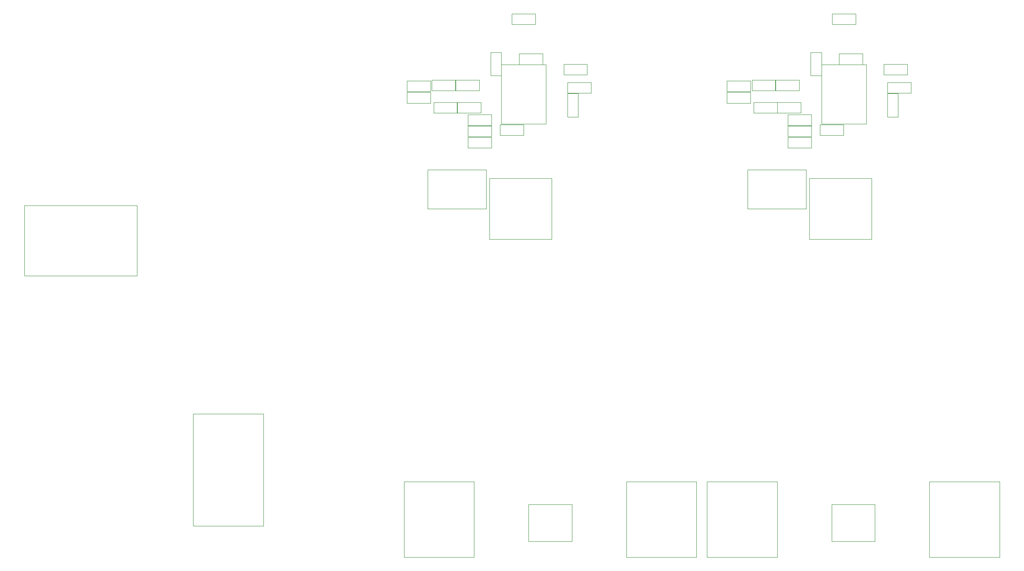
<source format=gbr>
G04 #@! TF.GenerationSoftware,KiCad,Pcbnew,(5.1.5)-3*
G04 #@! TF.CreationDate,2021-05-17T18:43:42+02:00*
G04 #@! TF.ProjectId,MK2EE,4d4b3245-452e-46b6-9963-61645f706362,1*
G04 #@! TF.SameCoordinates,Original*
G04 #@! TF.FileFunction,Other,User*
%FSLAX46Y46*%
G04 Gerber Fmt 4.6, Leading zero omitted, Abs format (unit mm)*
G04 Created by KiCad (PCBNEW (5.1.5)-3) date 2021-05-17 18:43:42*
%MOMM*%
%LPD*%
G04 APERTURE LIST*
%ADD10C,0.050000*%
G04 APERTURE END LIST*
D10*
X220696000Y-194930000D02*
X235296000Y-194930000D01*
X220696000Y-179150000D02*
X220696000Y-194930000D01*
X235296000Y-194930000D02*
X235296000Y-179150000D01*
X235296000Y-179150000D02*
X220696000Y-179150000D01*
X246651000Y-183950000D02*
X255651000Y-183950000D01*
X246651000Y-191650000D02*
X246651000Y-183950000D01*
X255651000Y-191650000D02*
X246651000Y-191650000D01*
X255651000Y-183950000D02*
X255651000Y-191650000D01*
X281606000Y-179170000D02*
X267006000Y-179170000D01*
X281606000Y-194950000D02*
X281606000Y-179170000D01*
X267006000Y-179170000D02*
X267006000Y-194950000D01*
X267006000Y-194950000D02*
X281606000Y-194950000D01*
X249145000Y-104735000D02*
X244245000Y-104735000D01*
X249145000Y-106975000D02*
X249145000Y-104735000D01*
X244245000Y-106975000D02*
X249145000Y-106975000D01*
X244245000Y-104735000D02*
X244245000Y-106975000D01*
X242275000Y-89655000D02*
X242275000Y-94555000D01*
X244515000Y-89655000D02*
X242275000Y-89655000D01*
X244515000Y-94555000D02*
X244515000Y-89655000D01*
X242275000Y-94555000D02*
X244515000Y-94555000D01*
X234935000Y-95415000D02*
X230035000Y-95415000D01*
X234935000Y-97655000D02*
X234935000Y-95415000D01*
X230035000Y-97655000D02*
X234935000Y-97655000D01*
X230035000Y-95415000D02*
X230035000Y-97655000D01*
X241995000Y-115905000D02*
X254995000Y-115905000D01*
X241995000Y-128655000D02*
X241995000Y-115905000D01*
X254995000Y-128655000D02*
X241995000Y-128655000D01*
X254995000Y-115905000D02*
X254995000Y-128655000D01*
X262380000Y-92115000D02*
X257480000Y-92115000D01*
X262380000Y-94355000D02*
X262380000Y-92115000D01*
X257480000Y-94355000D02*
X262380000Y-94355000D01*
X257480000Y-92115000D02*
X257480000Y-94355000D01*
X237520000Y-104900000D02*
X242420000Y-104900000D01*
X237520000Y-102660000D02*
X237520000Y-104900000D01*
X242420000Y-102660000D02*
X237520000Y-102660000D01*
X242420000Y-104900000D02*
X242420000Y-102660000D01*
X237520000Y-109600000D02*
X242420000Y-109600000D01*
X237520000Y-107360000D02*
X237520000Y-109600000D01*
X242420000Y-107360000D02*
X237520000Y-107360000D01*
X242420000Y-109600000D02*
X242420000Y-107360000D01*
X260490000Y-103165000D02*
X260490000Y-98265000D01*
X258250000Y-103165000D02*
X260490000Y-103165000D01*
X258250000Y-98265000D02*
X258250000Y-103165000D01*
X260490000Y-98265000D02*
X258250000Y-98265000D01*
X229740000Y-98015000D02*
X224840000Y-98015000D01*
X229740000Y-100255000D02*
X229740000Y-98015000D01*
X224840000Y-100255000D02*
X229740000Y-100255000D01*
X224840000Y-98015000D02*
X224840000Y-100255000D01*
X224840000Y-97855000D02*
X229740000Y-97855000D01*
X224840000Y-95615000D02*
X224840000Y-97855000D01*
X229740000Y-95615000D02*
X224840000Y-95615000D01*
X229740000Y-97855000D02*
X229740000Y-95615000D01*
X242420000Y-104985000D02*
X237520000Y-104985000D01*
X242420000Y-107225000D02*
X242420000Y-104985000D01*
X237520000Y-107225000D02*
X242420000Y-107225000D01*
X237520000Y-104985000D02*
X237520000Y-107225000D01*
X235285000Y-100100000D02*
X230385000Y-100100000D01*
X235285000Y-102340000D02*
X235285000Y-100100000D01*
X230385000Y-102340000D02*
X235285000Y-102340000D01*
X230385000Y-100100000D02*
X230385000Y-102340000D01*
X251620000Y-81610000D02*
X246720000Y-81610000D01*
X251620000Y-83850000D02*
X251620000Y-81610000D01*
X246720000Y-83850000D02*
X251620000Y-83850000D01*
X246720000Y-81610000D02*
X246720000Y-83850000D01*
X248182500Y-92200000D02*
X253082500Y-92200000D01*
X248182500Y-89960000D02*
X248182500Y-92200000D01*
X253082500Y-89960000D02*
X248182500Y-89960000D01*
X253082500Y-92200000D02*
X253082500Y-89960000D01*
X263180000Y-95955000D02*
X258280000Y-95955000D01*
X263180000Y-98195000D02*
X263180000Y-95955000D01*
X258280000Y-98195000D02*
X263180000Y-98195000D01*
X258280000Y-95955000D02*
X258280000Y-98195000D01*
X253820000Y-104575000D02*
X253820000Y-92235000D01*
X244520000Y-104575000D02*
X244520000Y-92235000D01*
X244520000Y-92235000D02*
X253820000Y-92235000D01*
X244520000Y-104575000D02*
X253820000Y-104575000D01*
X234985000Y-97655000D02*
X239885000Y-97655000D01*
X234985000Y-95415000D02*
X234985000Y-97655000D01*
X239885000Y-95415000D02*
X234985000Y-95415000D01*
X239885000Y-97655000D02*
X239885000Y-95415000D01*
X235335000Y-102340000D02*
X240235000Y-102340000D01*
X235335000Y-100100000D02*
X235335000Y-102340000D01*
X240235000Y-100100000D02*
X235335000Y-100100000D01*
X240235000Y-102340000D02*
X240235000Y-100100000D01*
X229120000Y-122280000D02*
X241320000Y-122280000D01*
X241320000Y-122280000D02*
X241320000Y-114180000D01*
X241320000Y-114180000D02*
X229120000Y-114180000D01*
X229120000Y-114180000D02*
X229120000Y-122280000D01*
X188345000Y-115905000D02*
X188345000Y-128655000D01*
X188345000Y-128655000D02*
X175345000Y-128655000D01*
X175345000Y-128655000D02*
X175345000Y-115905000D01*
X175345000Y-115905000D02*
X188345000Y-115905000D01*
X203896000Y-194950000D02*
X218496000Y-194950000D01*
X203896000Y-179170000D02*
X203896000Y-194950000D01*
X218496000Y-194950000D02*
X218496000Y-179170000D01*
X218496000Y-179170000D02*
X203896000Y-179170000D01*
X172186000Y-179150000D02*
X157586000Y-179150000D01*
X172186000Y-194930000D02*
X172186000Y-179150000D01*
X157586000Y-179150000D02*
X157586000Y-194930000D01*
X157586000Y-194930000D02*
X172186000Y-194930000D01*
X192541000Y-183950000D02*
X192541000Y-191650000D01*
X192541000Y-191650000D02*
X183541000Y-191650000D01*
X183541000Y-191650000D02*
X183541000Y-183950000D01*
X183541000Y-183950000D02*
X192541000Y-183950000D01*
X162470000Y-114180000D02*
X162470000Y-122280000D01*
X174670000Y-114180000D02*
X162470000Y-114180000D01*
X174670000Y-122280000D02*
X174670000Y-114180000D01*
X162470000Y-122280000D02*
X174670000Y-122280000D01*
X177870000Y-104575000D02*
X187170000Y-104575000D01*
X177870000Y-92235000D02*
X187170000Y-92235000D01*
X177870000Y-104575000D02*
X177870000Y-92235000D01*
X187170000Y-104575000D02*
X187170000Y-92235000D01*
X101939000Y-136224000D02*
X101939000Y-121624000D01*
X78539000Y-136224000D02*
X101939000Y-136224000D01*
X101939000Y-121624000D02*
X78539000Y-121624000D01*
X78539000Y-121624000D02*
X78539000Y-136224000D01*
X128289000Y-165004000D02*
X113689000Y-165004000D01*
X128289000Y-188404000D02*
X128289000Y-165004000D01*
X113689000Y-165004000D02*
X113689000Y-188404000D01*
X113689000Y-188404000D02*
X128289000Y-188404000D01*
X173585000Y-102340000D02*
X173585000Y-100100000D01*
X173585000Y-100100000D02*
X168685000Y-100100000D01*
X168685000Y-100100000D02*
X168685000Y-102340000D01*
X168685000Y-102340000D02*
X173585000Y-102340000D01*
X173235000Y-97655000D02*
X173235000Y-95415000D01*
X173235000Y-95415000D02*
X168335000Y-95415000D01*
X168335000Y-95415000D02*
X168335000Y-97655000D01*
X168335000Y-97655000D02*
X173235000Y-97655000D01*
X193840000Y-98265000D02*
X191600000Y-98265000D01*
X191600000Y-98265000D02*
X191600000Y-103165000D01*
X191600000Y-103165000D02*
X193840000Y-103165000D01*
X193840000Y-103165000D02*
X193840000Y-98265000D01*
X191630000Y-95955000D02*
X191630000Y-98195000D01*
X191630000Y-98195000D02*
X196530000Y-98195000D01*
X196530000Y-98195000D02*
X196530000Y-95955000D01*
X196530000Y-95955000D02*
X191630000Y-95955000D01*
X190830000Y-92115000D02*
X190830000Y-94355000D01*
X190830000Y-94355000D02*
X195730000Y-94355000D01*
X195730000Y-94355000D02*
X195730000Y-92115000D01*
X195730000Y-92115000D02*
X190830000Y-92115000D01*
X186432500Y-92200000D02*
X186432500Y-89960000D01*
X186432500Y-89960000D02*
X181532500Y-89960000D01*
X181532500Y-89960000D02*
X181532500Y-92200000D01*
X181532500Y-92200000D02*
X186432500Y-92200000D01*
X175770000Y-104900000D02*
X175770000Y-102660000D01*
X175770000Y-102660000D02*
X170870000Y-102660000D01*
X170870000Y-102660000D02*
X170870000Y-104900000D01*
X170870000Y-104900000D02*
X175770000Y-104900000D01*
X180070000Y-81610000D02*
X180070000Y-83850000D01*
X180070000Y-83850000D02*
X184970000Y-83850000D01*
X184970000Y-83850000D02*
X184970000Y-81610000D01*
X184970000Y-81610000D02*
X180070000Y-81610000D01*
X163735000Y-100100000D02*
X163735000Y-102340000D01*
X163735000Y-102340000D02*
X168635000Y-102340000D01*
X168635000Y-102340000D02*
X168635000Y-100100000D01*
X168635000Y-100100000D02*
X163735000Y-100100000D01*
X175770000Y-109600000D02*
X175770000Y-107360000D01*
X175770000Y-107360000D02*
X170870000Y-107360000D01*
X170870000Y-107360000D02*
X170870000Y-109600000D01*
X170870000Y-109600000D02*
X175770000Y-109600000D01*
X170870000Y-104985000D02*
X170870000Y-107225000D01*
X170870000Y-107225000D02*
X175770000Y-107225000D01*
X175770000Y-107225000D02*
X175770000Y-104985000D01*
X175770000Y-104985000D02*
X170870000Y-104985000D01*
X163090000Y-97855000D02*
X163090000Y-95615000D01*
X163090000Y-95615000D02*
X158190000Y-95615000D01*
X158190000Y-95615000D02*
X158190000Y-97855000D01*
X158190000Y-97855000D02*
X163090000Y-97855000D01*
X158190000Y-98015000D02*
X158190000Y-100255000D01*
X158190000Y-100255000D02*
X163090000Y-100255000D01*
X163090000Y-100255000D02*
X163090000Y-98015000D01*
X163090000Y-98015000D02*
X158190000Y-98015000D01*
X163385000Y-95415000D02*
X163385000Y-97655000D01*
X163385000Y-97655000D02*
X168285000Y-97655000D01*
X168285000Y-97655000D02*
X168285000Y-95415000D01*
X168285000Y-95415000D02*
X163385000Y-95415000D01*
X177595000Y-104735000D02*
X177595000Y-106975000D01*
X177595000Y-106975000D02*
X182495000Y-106975000D01*
X182495000Y-106975000D02*
X182495000Y-104735000D01*
X182495000Y-104735000D02*
X177595000Y-104735000D01*
X175625000Y-94555000D02*
X177865000Y-94555000D01*
X177865000Y-94555000D02*
X177865000Y-89655000D01*
X177865000Y-89655000D02*
X175625000Y-89655000D01*
X175625000Y-89655000D02*
X175625000Y-94555000D01*
M02*

</source>
